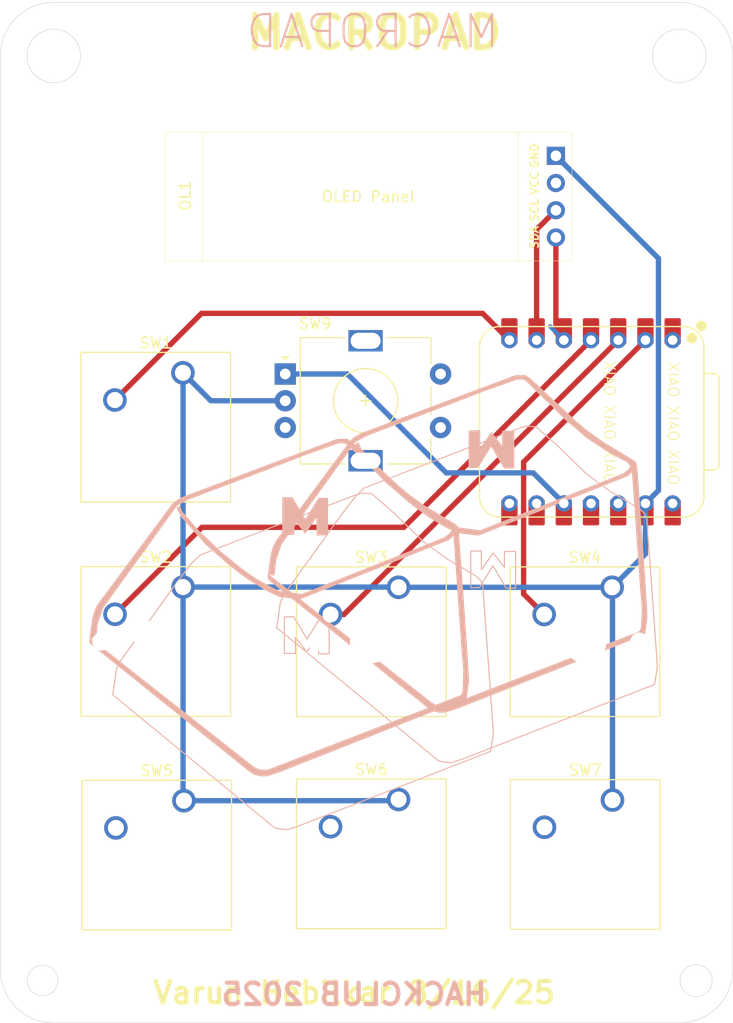
<source format=kicad_pcb>
(kicad_pcb (version 20241229) (generator "pcbnew") (generator_version "9.0")
  (layers (0 "F.Cu" signal) (2 "B.Cu" signal) (13 "F.Paste" user) (15 "B.Paste" user) (5 "F.SilkS" user "F.Silkscreen") (7 "B.SilkS" user "B.Silkscreen") (1 "F.Mask" user) (3 "B.Mask" user) (25 "Edge.Cuts" user))
  (net 0 "")
  (net 1 "Net-(OL1-SDA)")
  (net 2 "9")
  (net 3 "Net-(OL1-SCL)")
  (net 4 "GND")
  (net 5 "1")
  (net 6 "2")
  (net 7 "3")
  (net 8 "4")
  (net 9 "5")
  (net 12 "6")
  (net 13 "7")
  (net 14 "8")
  (net 15 "Net-(OL1-VCC)")
  (footprint "Rotary_Encoder:RotaryEncoder_Alps_EC11E-Switch_Vertical_H20mm" (layer "F.Cu") (at 85.5 80.61)
    (property "Reference" "SW9" (at 2.8 -4.7 0) (layer "F.SilkS"))
    (property "Value" "RotaryEncoder_Switch")
    (fp_line (start -0.3 -1.6) (end 0.3 -1.6) (stroke (width 0.12)) (layer "F.SilkS"))
    (fp_line (start 0 -1.3) (end -0.3 -1.6) (stroke (width 0.12)) (layer "F.SilkS"))
    (fp_line (start 0.3 -1.6) (end 0 -1.3) (stroke (width 0.12)) (layer "F.SilkS"))
    (fp_line (start 1.4 -3.4) (end 1.4 8.4) (stroke (width 0.12)) (layer "F.SilkS"))
    (fp_line (start 5.5 -3.4) (end 1.4 -3.4) (stroke (width 0.12)) (layer "F.SilkS"))
    (fp_line (start 5.5 8.4) (end 1.4 8.4) (stroke (width 0.12)) (layer "F.SilkS"))
    (fp_line (start 7 2.5) (end 8 2.5) (stroke (width 0.12)) (layer "F.SilkS"))
    (fp_line (start 7.5 2) (end 7.5 3) (stroke (width 0.12)) (layer "F.SilkS"))
    (fp_line (start 9.5 -3.4) (end 13.6 -3.4) (stroke (width 0.12)) (layer "F.SilkS"))
    (fp_line (start 13.6 -3.4) (end 13.6 -1) (stroke (width 0.12)) (layer "F.SilkS"))
    (fp_line (start 13.6 1.2) (end 13.6 3.8) (stroke (width 0.12)) (layer "F.SilkS"))
    (fp_line (start 13.6 6) (end 13.6 8.4) (stroke (width 0.12)) (layer "F.SilkS"))
    (fp_line (start 13.6 8.4) (end 9.5 8.4) (stroke (width 0.12)) (layer "F.SilkS"))
    (fp_circle (center 7.5 2.5) (end 10.5 2.5) (stroke (width 0.12)) (fill no) (layer "F.SilkS"))
    (pad "A" thru_hole rect (at 0 0) (size 2 2) (drill 1) (layers "*.Cu" "*.Mask") (net 14 "8"))
    (pad "B" thru_hole circle (at 0 5) (size 2 2) (drill 1) (layers "*.Cu" "*.Mask") (net 2 "9"))
    (pad "C" thru_hole circle (at 0 2.5) (size 2 2) (drill 1) (layers "*.Cu" "*.Mask") (net 4 "GND"))
    (pad "MP" thru_hole rect (at 7.5 -3.1) (size 3.2 2) (drill oval 2.8 1.5) (layers "*.Cu" "*.Mask"))
    (pad "MP" thru_hole rect (at 7.5 8.1) (size 3.2 2) (drill oval 2.8 1.5) (layers "*.Cu" "*.Mask"))
    (pad "S1" thru_hole circle (at 14.5 5) (size 2 2) (drill 1) (layers "*.Cu" "*.Mask"))
    (pad "S2" thru_hole circle (at 14.5 0) (size 2 2) (drill 1) (layers "*.Cu" "*.Mask"))
  )
  (footprint "Seeed Studio XIAO Series:XIAO-RP2040-DIP" (layer "F.Cu") (at 114.046971 85.071614 -90)
    (property "Reference" "U1" (hide yes))
    (property "Value" "XIAO-RP2040-DIP")
    (fp_line (start -6.985 10.414) (end 6.985 10.414) (stroke (width 0.127)) (layer "F.SilkS"))
    (fp_line (start -8.89 8.509) (end -8.89 -8.636) (stroke (width 0.127)) (layer "F.SilkS"))
    (fp_line (start 8.89 8.509) (end 8.89 -8.636) (stroke (width 0.127)) (layer "F.SilkS"))
    (fp_line (start -4.495 -10.541) (end -4.491272 -11.451272) (stroke (width 0.127)) (layer "F.SilkS"))
    (fp_line (start 6.985 -10.541) (end -6.985 -10.541) (stroke (width 0.1)) (layer "F.SilkS"))
    (fp_line (start 6.985 -10.541) (end -6.985 -10.541) (stroke (width 0.127)) (layer "F.SilkS"))
    (fp_line (start 4.504 -11.451) (end 4.504 -10.541) (stroke (width 0.127)) (layer "F.SilkS"))
    (fp_line (start -3.991272 -11.951) (end 4.004 -11.951) (stroke (width 0.127)) (layer "F.SilkS"))
    (fp_arc (start -6.985 10.414) (mid -8.332038 9.856038) (end -8.89 8.509) (stroke (width 0.127)) (layer "F.SilkS"))
    (fp_arc (start 8.89 8.509) (mid 8.332038 9.856038) (end 6.985 10.414) (stroke (width 0.127)) (layer "F.SilkS"))
    (fp_arc (start -8.89 -8.636) (mid -8.332038 -9.983038) (end -6.985 -10.541) (stroke (width 0.127)) (layer "F.SilkS"))
    (fp_arc (start 6.985 -10.541) (mid 8.332038 -9.983038) (end 8.89 -8.636) (stroke (width 0.127)) (layer "F.SilkS"))
    (fp_arc (start -4.491272 -11.451272) (mid -4.344728 -11.80464) (end -3.991272 -11.951) (stroke (width 0.127)) (layer "F.SilkS"))
    (fp_arc (start 4.004 -11.951) (mid 4.357553 -11.804553) (end 4.504 -11.451) (stroke (width 0.127)) (layer "F.SilkS"))
    (fp_circle (center -7.807 -9.42) (end -7.807 -9.674) (stroke (width 0.5)) (fill yes) (layer "F.SilkS"))
    (fp_circle (center -8.95 -10.3) (end -8.95 -10.554) (stroke (width 0.5)) (fill yes) (layer "F.SilkS"))
    (pad "1" smd roundrect (at -8.455 -7.62 90) (size 2.432 1.524) (layers "F.Cu" "F.Mask") (roundrect_rratio 0.1) (net 2 "9"))
    (pad "1" thru_hole circle (at -7.62 -7.62 90) (size 1.524 1.524) (drill 0.889) (layers "*.Cu" "*.Mask") (net 2 "9"))
    (pad "2" smd roundrect (at -8.455 -5.08 90) (size 2.432 1.524) (layers "F.Cu" "F.Mask") (roundrect_rratio 0.1) (net 8 "4"))
    (pad "2" thru_hole circle (at -7.62 -5.08 90) (size 1.524 1.524) (drill 0.889) (layers "*.Cu" "*.Mask") (net 8 "4"))
    (pad "3" smd roundrect (at -8.455 -2.54 90) (size 2.432 1.524) (layers "F.Cu" "F.Mask") (roundrect_rratio 0.1) (net 7 "3"))
    (pad "3" thru_hole circle (at -7.62 -2.54 90) (size 1.524 1.524) (drill 0.889) (layers "*.Cu" "*.Mask") (net 7 "3"))
    (pad "4" smd roundrect (at -8.455 0 90) (size 2.432 1.524) (layers "F.Cu" "F.Mask") (roundrect_rratio 0.1) (net 6 "2"))
    (pad "4" thru_hole circle (at -7.62 0 90) (size 1.524 1.524) (drill 0.889) (layers "*.Cu" "*.Mask") (net 6 "2"))
    (pad "5" smd roundrect (at -8.455 2.54 90) (size 2.432 1.524) (layers "F.Cu" "F.Mask") (roundrect_rratio 0.1) (net 1 "Net-(OL1-SDA)"))
    (pad "5" thru_hole circle (at -7.62 2.54 90) (size 1.524 1.524) (drill 0.889) (layers "*.Cu" "*.Mask") (net 1 "Net-(OL1-SDA)"))
    (pad "6" smd roundrect (at -8.455 5.08 90) (size 2.432 1.524) (layers "F.Cu" "F.Mask") (roundrect_rratio 0.1) (net 3 "Net-(OL1-SCL)"))
    (pad "6" thru_hole circle (at -7.62 5.08 90) (size 1.524 1.524) (drill 0.889) (layers "*.Cu" "*.Mask") (net 3 "Net-(OL1-SCL)"))
    (pad "7" smd roundrect (at -8.455 7.62 90) (size 2.432 1.524) (layers "F.Cu" "F.Mask") (roundrect_rratio 0.1) (net 5 "1"))
    (pad "7" thru_hole circle (at -7.62 7.62 90) (size 1.524 1.524) (drill 0.889) (layers "*.Cu" "*.Mask") (net 5 "1"))
    (pad "8" thru_hole circle (at 7.62 7.62 270) (size 1.524 1.524) (drill 0.889) (layers "*.Cu" "*.Mask") (net 12 "6"))
    (pad "8" smd roundrect (at 8.455 7.62 270) (size 2.432 1.524) (layers "F.Cu" "F.Mask") (roundrect_rratio 0.1) (net 12 "6"))
    (pad "9" thru_hole circle (at 7.62 5.08 270) (size 1.524 1.524) (drill 0.889) (layers "*.Cu" "*.Mask") (net 13 "7"))
    (pad "9" smd roundrect (at 8.455 5.08 270) (size 2.432 1.524) (layers "F.Cu" "F.Mask") (roundrect_rratio 0.1) (net 13 "7"))
    (pad "10" thru_hole circle (at 7.62 2.54 270) (size 1.524 1.524) (drill 0.889) (layers "*.Cu" "*.Mask") (net 14 "8"))
    (pad "10" smd roundrect (at 8.455 2.54 270) (size 2.432 1.524) (layers "F.Cu" "F.Mask") (roundrect_rratio 0.1) (net 14 "8"))
    (pad "11" thru_hole circle (at 7.62 0 270) (size 1.524 1.524) (drill 0.889) (layers "*.Cu" "*.Mask") (net 9 "5"))
    (pad "11" smd roundrect (at 8.455 0 270) (size 2.432 1.524) (layers "F.Cu" "F.Mask") (roundrect_rratio 0.1) (net 9 "5"))
    (pad "12" thru_hole circle (at 7.62 -2.54 270) (size 1.524 1.524) (drill 0.889) (layers "*.Cu" "*.Mask") (net 15 "Net-(OL1-VCC)"))
    (pad "12" smd roundrect (at 8.455 -2.54 270) (size 2.432 1.524) (layers "F.Cu" "F.Mask") (roundrect_rratio 0.1) (net 15 "Net-(OL1-VCC)"))
    (pad "13" thru_hole circle (at 7.62 -5.08 270) (size 1.524 1.524) (drill 0.889) (layers "*.Cu" "*.Mask") (net 4 "GND"))
    (pad "13" smd roundrect (at 8.455 -5.08 270) (size 2.432 1.524) (layers "F.Cu" "F.Mask") (roundrect_rratio 0.1) (net 4 "GND"))
    (pad "14" thru_hole circle (at 7.62 -7.62 270) (size 1.524 1.524) (drill 0.889) (layers "*.Cu" "*.Mask"))
    (pad "14" smd roundrect (at 8.455 -7.62 270) (size 2.432 1.524) (layers "F.Cu" "F.Mask") (roundrect_rratio 0.1))
  )
  (footprint "Button_Switch_Keyboard:SW_Cherry_MX_1.00u_PCB" (layer "F.Cu") (at 96.08 100.52)
    (property "Reference" "SW3" (at -2.54 -2.794 0) (layer "F.SilkS"))
    (property "Value" "SW_Push")
    (fp_line (start -9.525 -1.905) (end 4.445 -1.905) (stroke (width 0.12)) (layer "F.SilkS"))
    (fp_line (start -9.525 12.065) (end -9.525 -1.905) (stroke (width 0.12)) (layer "F.SilkS"))
    (fp_line (start 4.445 -1.905) (end 4.445 12.065) (stroke (width 0.12)) (layer "F.SilkS"))
    (fp_line (start 4.445 12.065) (end -9.525 12.065) (stroke (width 0.12)) (layer "F.SilkS"))
    (pad "" np_thru_hole circle (at -7.62 5.08) (size 1.7 1.7) (drill 1.7) (layers "*.Cu" "*.Mask"))
    (pad "" np_thru_hole circle (at -2.54 5.08) (size 4 4) (drill 4) (layers "*.Cu" "*.Mask"))
    (pad "" np_thru_hole circle (at 2.54 5.08) (size 1.7 1.7) (drill 1.7) (layers "*.Cu" "*.Mask"))
    (pad "1" thru_hole circle (at 0 0) (size 2.2 2.2) (drill 1.5) (layers "*.Cu" "*.Mask") (net 4 "GND"))
    (pad "2" thru_hole circle (at -6.35 2.54) (size 2.2 2.2) (drill 1.5) (layers "*.Cu" "*.Mask") (net 7 "3"))
  )
  (footprint "Button_Switch_Keyboard:SW_Cherry_MX_1.00u_PCB" (layer "F.Cu") (at 116.02 100.52)
    (property "Reference" "SW4" (at -2.54 -2.794 0) (layer "F.SilkS"))
    (property "Value" "SW_Push")
    (fp_line (start -9.525 -1.905) (end 4.445 -1.905) (stroke (width 0.12)) (layer "F.SilkS"))
    (fp_line (start -9.525 12.065) (end -9.525 -1.905) (stroke (width 0.12)) (layer "F.SilkS"))
    (fp_line (start 4.445 -1.905) (end 4.445 12.065) (stroke (width 0.12)) (layer "F.SilkS"))
    (fp_line (start 4.445 12.065) (end -9.525 12.065) (stroke (width 0.12)) (layer "F.SilkS"))
    (pad "" np_thru_hole circle (at -7.62 5.08) (size 1.7 1.7) (drill 1.7) (layers "*.Cu" "*.Mask"))
    (pad "" np_thru_hole circle (at -2.54 5.08) (size 4 4) (drill 4) (layers "*.Cu" "*.Mask"))
    (pad "" np_thru_hole circle (at 2.54 5.08) (size 1.7 1.7) (drill 1.7) (layers "*.Cu" "*.Mask"))
    (pad "1" thru_hole circle (at 0 0) (size 2.2 2.2) (drill 1.5) (layers "*.Cu" "*.Mask") (net 4 "GND"))
    (pad "2" thru_hole circle (at -6.35 2.54) (size 2.2 2.2) (drill 1.5) (layers "*.Cu" "*.Mask") (net 8 "4"))
  )
  (footprint "Button_Switch_Keyboard:SW_Cherry_MX_1.00u_PCB" (layer "F.Cu") (at 75.95 80.5)
    (property "Reference" "SW1" (at -2.54 -2.794 0) (layer "F.SilkS"))
    (property "Value" "SW_Push")
    (fp_line (start -9.525 -1.905) (end 4.445 -1.905) (stroke (width 0.12)) (layer "F.SilkS"))
    (fp_line (start -9.525 12.065) (end -9.525 -1.905) (stroke (width 0.12)) (layer "F.SilkS"))
    (fp_line (start 4.445 -1.905) (end 4.445 12.065) (stroke (width 0.12)) (layer "F.SilkS"))
    (fp_line (start 4.445 12.065) (end -9.525 12.065) (stroke (width 0.12)) (layer "F.SilkS"))
    (pad "" np_thru_hole circle (at -7.62 5.08) (size 1.7 1.7) (drill 1.7) (layers "*.Cu" "*.Mask"))
    (pad "" np_thru_hole circle (at -2.54 5.08) (size 4 4) (drill 4) (layers "*.Cu" "*.Mask"))
    (pad "" np_thru_hole circle (at 2.54 5.08) (size 1.7 1.7) (drill 1.7) (layers "*.Cu" "*.Mask"))
    (pad "1" thru_hole circle (at 0 0) (size 2.2 2.2) (drill 1.5) (layers "*.Cu" "*.Mask") (net 4 "GND"))
    (pad "2" thru_hole circle (at -6.35 2.54) (size 2.2 2.2) (drill 1.5) (layers "*.Cu" "*.Mask") (net 5 "1"))
  )
  (footprint "OLED .91:SSD1306-0.91-OLED-4pin-128x32" (layer "F.Cu") (at 74.265 58.055)
    (property "Reference" "OL1" (at 1.9 5.91 90) (layer "F.SilkS"))
    (property "Value" "SSD1306_0.91_OLED")
    (fp_line (start 0 0) (end 0 12) (stroke (width 0.04)) (layer "F.SilkS"))
    (fp_line (start 0 12) (end 38 12) (stroke (width 0.04)) (layer "F.SilkS"))
    (fp_line (start 3.5 0) (end 3.5 12) (stroke (width 0.04)) (layer "F.SilkS"))
    (fp_line (start 33 0) (end 33 12) (stroke (width 0.04)) (layer "F.SilkS"))
    (fp_line (start 38 0) (end 0 0) (stroke (width 0.04)) (layer "F.SilkS"))
    (fp_line (start 38 12) (end 38 0) (stroke (width 0.04)) (layer "F.SilkS"))
    (fp_text user "VCC" (at 34.5 4.73 270) (layer "F.SilkS") (effects (font (size 0.75 0.75))))
    (fp_text user "SDA" (at 34.5 9.81 270) (layer "F.SilkS") (effects (font (size 0.75 0.75))))
    (fp_text user "GND" (at 34.5 2.19 270) (layer "F.SilkS") (effects (font (size 0.75 0.75))))
    (fp_text user "OLED Panel" (at 19 6 0) (layer "F.SilkS"))
    (fp_text user "SCL" (at 34.5 7.27 270) (layer "F.SilkS") (effects (font (size 0.75 0.75))))
    (pad "1" thru_hole rect (at 36.5 2.19) (size 1.7 1.7) (drill 1) (layers "*.Cu" "*.Mask") (net 4 "GND"))
    (pad "2" thru_hole oval (at 36.5 4.73) (size 1.7 1.7) (drill 1) (layers "*.Cu" "*.Mask") (net 15 "Net-(OL1-VCC)"))
    (pad "3" thru_hole oval (at 36.5 7.27) (size 1.7 1.7) (drill 1) (layers "*.Cu" "*.Mask") (net 3 "Net-(OL1-SCL)"))
    (pad "4" thru_hole oval (at 36.5 9.81) (size 1.7 1.7) (drill 1) (layers "*.Cu" "*.Mask") (net 1 "Net-(OL1-SDA)"))
  )
  (footprint "Button_Switch_Keyboard:SW_Cherry_MX_1.00u_PCB" (layer "F.Cu") (at 116.05 120.38)
    (property "Reference" "SW7" (at -2.54 -2.794 0) (layer "F.SilkS"))
    (property "Value" "SW_Push")
    (fp_line (start -9.525 -1.905) (end 4.445 -1.905) (stroke (width 0.12)) (layer "F.SilkS"))
    (fp_line (start -9.525 12.065) (end -9.525 -1.905) (stroke (width 0.12)) (layer "F.SilkS"))
    (fp_line (start 4.445 -1.905) (end 4.445 12.065) (stroke (width 0.12)) (layer "F.SilkS"))
    (fp_line (start 4.445 12.065) (end -9.525 12.065) (stroke (width 0.12)) (layer "F.SilkS"))
    (pad "" np_thru_hole circle (at -7.62 5.08) (size 1.7 1.7) (drill 1.7) (layers "*.Cu" "*.Mask"))
    (pad "" np_thru_hole circle (at -2.54 5.08) (size 4 4) (drill 4) (layers "*.Cu" "*.Mask"))
    (pad "" np_thru_hole circle (at 2.54 5.08) (size 1.7 1.7) (drill 1.7) (layers "*.Cu" "*.Mask"))
    (pad "1" thru_hole circle (at 0 0) (size 2.2 2.2) (drill 1.5) (layers "*.Cu" "*.Mask") (net 4 "GND"))
    (pad "2" thru_hole circle (at -6.35 2.54) (size 2.2 2.2) (drill 1.5) (layers "*.Cu" "*.Mask") (net 13 "7"))
  )
  (footprint "Button_Switch_Keyboard:SW_Cherry_MX_1.00u_PCB" (layer "F.Cu") (at 76.04 120.44)
    (property "Reference" "SW5" (at -2.54 -2.794 0) (layer "F.SilkS"))
    (property "Value" "SW_Push")
    (fp_line (start -9.525 -1.905) (end 4.445 -1.905) (stroke (width 0.12)) (layer "F.SilkS"))
    (fp_line (start -9.525 12.065) (end -9.525 -1.905) (stroke (width 0.12)) (layer "F.SilkS"))
    (fp_line (start 4.445 -1.905) (end 4.445 12.065) (stroke (width 0.12)) (layer "F.SilkS"))
    (fp_line (start 4.445 12.065) (end -9.525 12.065) (stroke (width 0.12)) (layer "F.SilkS"))
    (pad "" np_thru_hole circle (at -7.62 5.08) (size 1.7 1.7) (drill 1.7) (layers "*.Cu" "*.Mask"))
    (pad "" np_thru_hole circle (at -2.54 5.08) (size 4 4) (drill 4) (layers "*.Cu" "*.Mask"))
    (pad "" np_thru_hole circle (at 2.54 5.08) (size 1.7 1.7) (drill 1.7) (layers "*.Cu" "*.Mask"))
    (pad "1" thru_hole circle (at 0 0) (size 2.2 2.2) (drill 1.5) (layers "*.Cu" "*.Mask") (net 4 "GND"))
    (pad "2" thru_hole circle (at -6.35 2.54) (size 2.2 2.2) (drill 1.5) (layers "*.Cu" "*.Mask") (net 9 "5"))
  )
  (footprint "Button_Switch_Keyboard:SW_Cherry_MX_1.00u_PCB" (layer "F.Cu") (at 96.08 120.33)
    (property "Reference" "SW6" (at -2.54 -2.794 0) (layer "F.SilkS"))
    (property "Value" "SW_Push")
    (fp_line (start -9.525 -1.905) (end 4.445 -1.905) (stroke (width 0.12)) (layer "F.SilkS"))
    (fp_line (start -9.525 12.065) (end -9.525 -1.905) (stroke (width 0.12)) (layer "F.SilkS"))
    (fp_line (start 4.445 -1.905) (end 4.445 12.065) (stroke (width 0.12)) (layer "F.SilkS"))
    (fp_line (start 4.445 12.065) (end -9.525 12.065) (stroke (width 0.12)) (layer "F.SilkS"))
    (pad "" np_thru_hole circle (at -7.62 5.08) (size 1.7 1.7) (drill 1.7) (layers "*.Cu" "*.Mask"))
    (pad "" np_thru_hole circle (at -2.54 5.08) (size 4 4) (drill 4) (layers "*.Cu" "*.Mask"))
    (pad "" np_thru_hole circle (at 2.54 5.08) (size 1.7 1.7) (drill 1.7) (layers "*.Cu" "*.Mask"))
    (pad "1" thru_hole circle (at 0 0) (size 2.2 2.2) (drill 1.5) (layers "*.Cu" "*.Mask") (net 4 "GND"))
    (pad "2" thru_hole circle (at -6.35 2.54) (size 2.2 2.2) (drill 1.5) (layers "*.Cu" "*.Mask") (net 12 "6"))
  )
  (footprint "Button_Switch_Keyboard:SW_Cherry_MX_1.00u_PCB" (layer "F.Cu") (at 75.96 100.5)
    (property "Reference" "SW2" (at -2.54 -2.794 0) (layer "F.SilkS"))
    (property "Value" "SW_Push")
    (fp_line (start -9.525 -1.905) (end 4.445 -1.905) (stroke (width 0.12)) (layer "F.SilkS"))
    (fp_line (start -9.525 12.065) (end -9.525 -1.905) (stroke (width 0.12)) (layer "F.SilkS"))
    (fp_line (start 4.445 -1.905) (end 4.445 12.065) (stroke (width 0.12)) (layer "F.SilkS"))
    (fp_line (start 4.445 12.065) (end -9.525 12.065) (stroke (width 0.12)) (layer "F.SilkS"))
    (pad "" np_thru_hole circle (at -7.62 5.08) (size 1.7 1.7) (drill 1.7) (layers "*.Cu" "*.Mask"))
    (pad "" np_thru_hole circle (at -2.54 5.08) (size 4 4) (drill 4) (layers "*.Cu" "*.Mask"))
    (pad "" np_thru_hole circle (at 2.54 5.08) (size 1.7 1.7) (drill 1.7) (layers "*.Cu" "*.Mask"))
    (pad "1" thru_hole circle (at 0 0) (size 2.2 2.2) (drill 1.5) (layers "*.Cu" "*.Mask") (net 4 "GND"))
    (pad "2" thru_hole circle (at -6.35 2.54) (size 2.2 2.2) (drill 1.5) (layers "*.Cu" "*.Mask") (net 6 "2"))
  )
  (gr_poly (pts (xy 103.5 85.91) (xy 102.66 85.93) (xy 102.66 89.33) (xy 103.47 89.33) (xy 104.73 87.29) (xy 105.96 89.38) (xy 106.84 89.38) (xy 106.84 85.96) (xy 105.8 85.96) (xy 105.8 87.45) (xy 104.75 86.09) (xy 103.65 87.68) (xy 103.65 85.9)) (stroke (width 0.1)) (fill yes) (layer "B.SilkS"))
  (gr_poly (pts (xy 84.71 104.3) (xy 85.05 101.9) (xy 85.39 101.19) (xy 90.77 93.71) (xy 92.13 91.96) (xy 92.86 91.26) (xy 107.19 85.72) (xy 107.95 85.48) (xy 108.89 85.53) (xy 110.98 87.36) (xy 113.64 89.95) (xy 115.84 91.57) (xy 118.56 93.19) (xy 119 93.56) (xy 119.24 93.98) (xy 119.26 94.26) (xy 120.19 107.15) (xy 120.23 107.97) (xy 119.98 109.59) (xy 101.93 116.6) (xy 101.04 116.89) (xy 100.4 116.84) (xy 99.81 116.72)) (stroke (width 0.1)) (fill no) (layer "B.SilkS"))
  (gr_poly (pts (xy 103.66 97.13) (xy 102.82 97.15) (xy 102.82 100.55) (xy 103.63 100.55) (xy 104.89 98.51) (xy 106.12 100.6) (xy 107 100.6) (xy 107 97.18) (xy 105.96 97.18) (xy 105.96 98.67) (xy 104.91 97.31) (xy 103.81 98.9) (xy 103.81 97.12)) (stroke (width 0.1)) (fill no) (layer "B.SilkS"))
  (gr_poly (pts (xy 67.24 105.55) (xy 67.52 103.51) (xy 67.64 103.05) (xy 67.78 102.61) (xy 67.93 102.33) (xy 68.03 102.13) (xy 74.76 93.07) (xy 74.94 92.8) (xy 75.36 92.45) (xy 75.91 92.14) (xy 84.949999 88.73) (xy 89.78 86.93) (xy 90.02 86.82) (xy 90.43 86.72) (xy 91.3 86.72) (xy 91.87 87.16) (xy 95.98 91) (xy 96.94 91.81) (xy 98.38 92.86) (xy 101.44 94.71) (xy 101.57 94.89) (xy 101.66 95.26) (xy 102.49 107.04) (xy 102.61 109.24) (xy 102.39 110.86) (xy 84.949999 117.74) (xy 83.75 118.12) (xy 83.16 118.12) (xy 82.61 117.97) (xy 82.17 117.69) (xy 67.31 105.75) (xy 67.38 105.38) (xy 82.4 117.2) (xy 82.79 117.45) (xy 83.24 117.59) (xy 83.91 117.58) (xy 101.79 110.68) (xy 101.97 110.57) (xy 102.1 110.23) (xy 102.15 109.18) (xy 102.17 108.2) (xy 102.03 106.79) (xy 101.26 95.75) (xy 101.23 95.62) (xy 101.07 95.8) (xy 100.77 96.06) (xy 86.87 101.6) (xy 84.95 101.37) (xy 83.54 100.69) (xy 82.88 100.26) (xy 82.32 99.94) (xy 81.26 99.18) (xy 80.3 98.44) (xy 78.14 96.53) (xy 77.1 95.38) (xy 75.86 93.98) (xy 75.56 93.44) (xy 75.41 93.13) (xy 75.65 92.97) (xy 75.86 93.5) (xy 77.48 95.34) (xy 79.54 97.28) (xy 81.54 98.9) (xy 82.15 99.33) (xy 82.93 99.84) (xy 84.01 100.45) (xy 84.95 100.92) (xy 87.03 101.2) (xy 100.38 95.9) (xy 100.88 95.5) (xy 101.11 95.19) (xy 100.81 94.77) (xy 99.17 93.9) (xy 97.95 93.13) (xy 96.87 92.4) (xy 96.19 91.8) (xy 94.98 90.78) (xy 93.62 89.38) (xy 92.83 88.67) (xy 92.03 87.88) (xy 91.68 87.52) (xy 91.26 87.13) (xy 91 87.03) (xy 90.43 87.05) (xy 87.38 88.13) (xy 84.95 89.07) (xy 80.44 90.78) (xy 76.47 92.28) (xy 75.68 92.71) (xy 75.37 92.87) (xy 68.47 102.42) (xy 67.95 103.92) (xy 67.81 105.21) (xy 67.79 105.34) (xy 67.39 105.22) (xy 67.29 105.71) (xy 67.24 105.56)) (stroke (width 0.1)) (fill yes) (layer "B.SilkS"))
  (gr_poly (pts (xy 88.76 106.74412) (xy 89.6 106.72412) (xy 89.6 103.32412) (xy 88.79 103.32412) (xy 87.53 105.36412) (xy 86.3 103.27412) (xy 85.42 103.27412) (xy 85.42 106.69412) (xy 86.46 106.69412) (xy 86.46 105.20412) (xy 87.51 106.56412) (xy 88.61 104.97412) (xy 88.61 106.75412)) (stroke (width 0.1)) (fill no) (layer "B.SilkS"))
  (gr_poly (pts (xy 69.400541 110.549356) (xy 69.740541 108.149356) (xy 70.080541 107.439356) (xy 75.460541 99.959356) (xy 76.820541 98.209356) (xy 77.550541 97.509356) (xy 91.880541 91.969356) (xy 92.640541 91.729356) (xy 93.580541 91.779356) (xy 95.670541 93.609356) (xy 98.330541 96.199356) (xy 100.530541 97.819356) (xy 103.250541 99.439356) (xy 103.690541 99.809356) (xy 103.930541 100.229356) (xy 103.950541 100.509356) (xy 104.880541 113.399356) (xy 104.920541 114.219356) (xy 104.670541 115.839356) (xy 86.620541 122.849356) (xy 85.730541 123.139356) (xy 85.090541 123.089356) (xy 84.500541 122.969356)) (stroke (width 0.1)) (fill no) (layer "B.SilkS"))
  (gr_poly (pts (xy 83.9 99.6) (xy 84.18 97.56) (xy 84.3 97.1) (xy 84.44 96.66) (xy 84.59 96.38) (xy 84.69 96.18) (xy 91.42 87.12) (xy 91.6 86.85) (xy 92.02 86.5) (xy 92.57 86.19) (xy 101.609999 82.78) (xy 106.44 80.98) (xy 106.68 80.87) (xy 107.09 80.77) (xy 107.96 80.77) (xy 108.53 81.21) (xy 112.64 85.05) (xy 113.6 85.86) (xy 115.04 86.91) (xy 118.1 88.76) (xy 118.23 88.94) (xy 118.32 89.31) (xy 119.15 101.09) (xy 119.27 103.29) (xy 119.05 104.91) (xy 101.609999 111.79) (xy 100.41 112.17) (xy 99.82 112.17) (xy 99.27 112.02) (xy 98.83 111.74) (xy 83.97 99.8) (xy 84.04 99.43) (xy 99.06 111.25) (xy 99.45 111.5) (xy 99.9 111.64) (xy 100.57 111.63) (xy 118.45 104.73) (xy 118.63 104.62) (xy 118.76 104.28) (xy 118.81 103.23) (xy 118.83 102.25) (xy 118.69 100.84) (xy 117.92 89.8) (xy 117.89 89.67) (xy 117.73 89.85) (xy 117.43 90.11) (xy 103.53 95.65) (xy 101.61 95.42) (xy 100.2 94.74) (xy 99.54 94.31) (xy 98.98 93.99) (xy 97.92 93.23) (xy 96.96 92.49) (xy 94.8 90.58) (xy 93.76 89.43) (xy 92.52 88.03) (xy 92.22 87.49) (xy 92.07 87.18) (xy 92.31 87.02) (xy 92.52 87.55) (xy 94.14 89.39) (xy 96.2 91.33) (xy 98.2 92.95) (xy 98.81 93.38) (xy 99.59 93.89) (xy 100.67 94.5) (xy 101.61 94.97) (xy 103.69 95.25) (xy 117.04 89.95) (xy 117.54 89.55) (xy 117.77 89.24) (xy 117.47 88.82) (xy 115.83 87.95) (xy 114.61 87.18) (xy 113.53 86.45) (xy 112.85 85.85) (xy 111.64 84.83) (xy 110.28 83.43) (xy 109.49 82.72) (xy 108.69 81.93) (xy 108.34 81.57) (xy 107.92 81.18) (xy 107.66 81.08) (xy 107.09 81.1) (xy 104.04 82.18) (xy 101.61 83.12) (xy 97.1 84.83) (xy 93.13 86.33) (xy 92.34 86.76) (xy 92.03 86.92) (xy 85.13 96.47) (xy 84.61 97.97) (xy 84.47 99.26) (xy 84.45 99.39) (xy 84.05 99.27) (xy 83.95 99.76) (xy 83.9 99.61)) (stroke (width 0.1)) (fill yes) (layer "B.SilkS"))
  (gr_poly (pts (xy 88.61 95.63412) (xy 89.45 95.61412) (xy 89.45 92.21412) (xy 88.64 92.21412) (xy 87.38 94.25412) (xy 86.15 92.16412) (xy 85.27 92.16412) (xy 85.27 95.58412) (xy 86.31 95.58412) (xy 86.31 94.09412) (xy 87.36 95.45412) (xy 88.46 93.86412) (xy 88.46 95.64412)) (stroke (width 0.1)) (fill yes) (layer "B.SilkS"))
  (gr_line (start 127.286971 50.921614) (end 127.286971 136.181614) (stroke (width 0.05)) (layer "Edge.Cuts"))
  (gr_circle (center 62.846971 137.221614) (end 64.276971 137.221614) (stroke (width 0.05)) (fill no) (layer "Edge.Cuts"))
  (gr_circle (center 123.856971 137.231614) (end 125.356971 137.231614) (stroke (width 0.05)) (fill no) (layer "Edge.Cuts"))
  (gr_line (start 122.286971 141.181614) (end 63.896971 141.181614) (stroke (width 0.05)) (layer "Edge.Cuts"))
  (gr_line (start 58.896971 136.181614) (end 58.896971 50.921614) (stroke (width 0.05)) (layer "Edge.Cuts"))
  (gr_line (start 63.896971 45.921614) (end 122.286971 45.921614) (stroke (width 0.05)) (layer "Edge.Cuts"))
  (gr_circle (center 122.286971 50.921614) (end 124.786971 50.921614) (stroke (width 0.05)) (fill no) (layer "Edge.Cuts"))
  (gr_arc (start 122.286971 45.921614) (mid 125.822505 47.38608) (end 127.286971 50.921614) (stroke (width 0.05)) (layer "Edge.Cuts"))
  (gr_arc (start 63.896971 141.181614) (mid 60.361437 139.717148) (end 58.896971 136.181614) (stroke (width 0.05)) (layer "Edge.Cuts"))
  (gr_circle (center 63.896971 50.921614) (end 66.396971 50.921614) (stroke (width 0.05)) (fill no) (layer "Edge.Cuts"))
  (gr_arc (start 58.896971 50.921614) (mid 60.361437 47.38608) (end 63.896971 45.921614) (stroke (width 0.05)) (layer "Edge.Cuts"))
  (gr_arc (start 127.286971 136.181614) (mid 125.822505 139.717148) (end 122.286971 141.181614) (stroke (width 0.05)) (layer "Edge.Cuts"))
  (gr_text "MACROPAD" (at 81.56 50.5 0) (layer "F.SilkS") (effects (font (size 3 3) (thickness 0.6) (bold yes)) (justify left bottom)))
  (gr_text "XIAO XIAO XIAO" (at 115.186971 79.291614 270) (layer "F.SilkS") (effects (font (size 1 1) (thickness 0.1)) (justify left bottom)))
  (gr_text "Varun Hebilkar 8/16/25" (at 72.956971 139.541614 0) (layer "F.SilkS") (effects (font (size 2 2) (thickness 0.4) (bold yes)) (justify left bottom)))
  (gr_text "XIAO XIAO XIAO" (at 121.126971 79.401614 270) (layer "F.SilkS") (effects (font (size 1 1) (thickness 0.1)) (justify left bottom)))
  (gr_text "MACROPAD" (at 105.65 50.39 0) (layer "B.SilkS") (effects (font (size 3 3) (thickness 0.2) (bold yes)) (justify left bottom mirror)))
  (gr_text "HACKCLUB 2025" (at 104.51 139.69 0) (layer "B.SilkS") (effects (font (size 2 2) (thickness 0.4) (bold yes)) (justify left bottom mirror)))
  (segment (start 110.765 76.709643) (end 111.506971 77.451614) (width 0.5) (layer "F.Cu") (net 1))
  (segment (start 110.765 67.865) (end 110.765 76.709643) (width 0.5) (layer "F.Cu") (net 1))
  (segment (start 110.226971 76.171614) (end 111.506971 77.451614) (width 0.4) (layer "B.Cu") (net 1))
  (segment (start 110.765 65.325) (end 108.966971 67.123029) (width 0.5) (layer "F.Cu") (net 3))
  (segment (start 108.966971 67.123029) (end 108.966971 77.451614) (width 0.5) (layer "F.Cu") (net 3))
  (segment (start 108.966971 77.056971) (end 108.966971 77.451614) (width 0.4) (layer "B.Cu") (net 3))
  (segment (start 110.765 60.245) (end 120.339971 69.819971) (width 0.5) (layer "B.Cu") (net 4))
  (segment (start 120.339971 91.478614) (end 119.126971 92.691614) (width 0.5) (layer "B.Cu") (net 4))
  (segment (start 96.08 100.52) (end 116.02 100.52) (width 0.5) (layer "B.Cu") (net 4))
  (segment (start 75.96 120.36) (end 76.04 120.44) (width 0.5) (layer "B.Cu") (net 4))
  (segment (start 78.56 83.11) (end 85.5 83.11) (width 0.5) (layer "B.Cu") (net 4))
  (segment (start 119.126971 97.413029) (end 119.126971 92.691614) (width 0.5) (layer "B.Cu") (net 4))
  (segment (start 120.339971 69.819971) (end 120.339971 91.478614) (width 0.5) (layer "B.Cu") (net 4))
  (segment (start 116.02 100.52) (end 119.126971 97.413029) (width 0.5) (layer "B.Cu") (net 4))
  (segment (start 75.95 80.5) (end 78.56 83.11) (width 0.5) (layer "B.Cu") (net 4))
  (segment (start 75.96 80.51) (end 75.95 80.5) (width 0.5) (layer "B.Cu") (net 4))
  (segment (start 75.96 100.5) (end 75.96 80.51) (width 0.5) (layer "B.Cu") (net 4))
  (segment (start 116.05 100.55) (end 116.02 100.52) (width 0.5) (layer "B.Cu") (net 4))
  (segment (start 116.05 120.38) (end 116.05 100.55) (width 0.5) (layer "B.Cu") (net 4))
  (segment (start 75.96 100.5) (end 75.96 120.36) (width 0.5) (layer "B.Cu") (net 4))
  (segment (start 95.97 120.44) (end 96.08 120.33) (width 0.5) (layer "B.Cu") (net 4))
  (segment (start 76.04 120.44) (end 95.97 120.44) (width 0.5) (layer "B.Cu") (net 4))
  (segment (start 96.06 100.5) (end 96.08 100.52) (width 0.5) (layer "B.Cu") (net 4))
  (segment (start 75.96 100.5) (end 96.06 100.5) (width 0.5) (layer "B.Cu") (net 4))
  (segment (start 103.924971 74.949614) (end 106.426971 77.451614) (width 0.5) (layer "F.Cu") (net 5))
  (segment (start 69.6 83.04) (end 77.690386 74.949614) (width 0.5) (layer "F.Cu") (net 5))
  (segment (start 77.690386 74.949614) (end 103.924971 74.949614) (width 0.5) (layer "F.Cu") (net 5))
  (segment (start 77.73 94.92) (end 96.578585 94.92) (width 0.5) (layer "F.Cu") (net 6))
  (segment (start 96.578585 94.92) (end 114.046971 77.451614) (width 0.5) (layer "F.Cu") (net 6))
  (segment (start 69.61 103.04) (end 77.73 94.92) (width 0.5) (layer "F.Cu") (net 6))
  (segment (start 90.978585 103.06) (end 116.586971 77.451614) (width 0.5) (layer "F.Cu") (net 7))
  (segment (start 89.73 103.06) (end 90.978585 103.06) (width 0.5) (layer "F.Cu") (net 7))
  (segment (start 107.753971 88.824614) (end 119.126971 77.451614) (width 0.5) (layer "F.Cu") (net 8))
  (segment (start 107.753971 101.143971) (end 107.753971 88.824614) (width 0.5) (layer "F.Cu") (net 8))
  (segment (start 109.67 103.06) (end 107.753971 101.143971) (width 0.5) (layer "F.Cu") (net 8))
  (segment (start 100.53 89.84) (end 108.655357 89.84) (width 0.5) (layer "B.Cu") (net 14))
  (segment (start 91.3 80.61) (end 100.53 89.84) (width 0.5) (layer "B.Cu") (net 14))
  (segment (start 108.655357 89.84) (end 111.506971 92.691614) (width 0.5) (layer "B.Cu") (net 14))
  (segment (start 85.5 80.61) (end 91.3 80.61) (width 0.5) (layer "B.Cu") (net 14))
)
</source>
